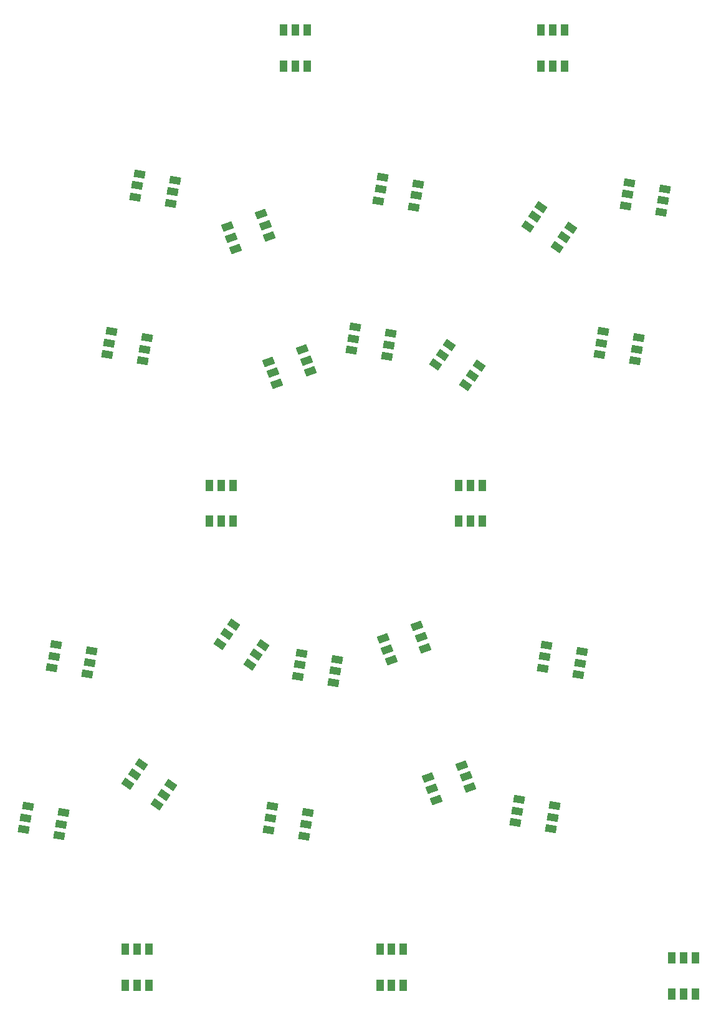
<source format=gtp>
G04 #@! TF.GenerationSoftware,KiCad,Pcbnew,7.0.2*
G04 #@! TF.CreationDate,2023-12-01T11:33:06-06:00*
G04 #@! TF.ProjectId,SixteenSegClock-Main,53697874-6565-46e5-9365-67436c6f636b,rev?*
G04 #@! TF.SameCoordinates,PX1312d00PYb0866e0*
G04 #@! TF.FileFunction,Paste,Top*
G04 #@! TF.FilePolarity,Positive*
%FSLAX46Y46*%
G04 Gerber Fmt 4.6, Leading zero omitted, Abs format (unit mm)*
G04 Created by KiCad (PCBNEW 7.0.2) date 2023-12-01 11:33:06*
%MOMM*%
%LPD*%
G01*
G04 APERTURE LIST*
G04 Aperture macros list*
%AMRotRect*
0 Rectangle, with rotation*
0 The origin of the aperture is its center*
0 $1 length*
0 $2 width*
0 $3 Rotation angle, in degrees counterclockwise*
0 Add horizontal line*
21,1,$1,$2,0,0,$3*%
G04 Aperture macros list end*
%ADD10RotRect,1.500000X1.000000X350.000000*%
%ADD11RotRect,1.500000X1.000000X20.000000*%
%ADD12R,1.000000X1.500000*%
%ADD13RotRect,1.500000X1.000000X325.000000*%
G04 APERTURE END LIST*
D10*
X28480919Y129351285D03*
X28203082Y127775593D03*
X27925245Y126199901D03*
X32750803Y125349025D03*
X33028640Y126924717D03*
X33306477Y128500409D03*
D11*
X61606521Y66339591D03*
X62153753Y64836083D03*
X62700985Y63332574D03*
X67305479Y65008473D03*
X66758247Y66511981D03*
X66211015Y68015490D03*
D12*
X51309886Y148884000D03*
X49709886Y148884000D03*
X48109886Y148884000D03*
X48109886Y143984000D03*
X49709886Y143984000D03*
X51309886Y143984000D03*
D11*
X67706521Y47410649D03*
X68253753Y45907141D03*
X68800985Y44403632D03*
X73405479Y46079531D03*
X72858247Y47583039D03*
X72311015Y49086548D03*
D13*
X70616800Y106111748D03*
X69699077Y104801104D03*
X68781355Y103490461D03*
X72795200Y100679936D03*
X73712923Y101990580D03*
X74630645Y103301223D03*
D11*
X40435493Y122191279D03*
X40982725Y120687771D03*
X41529957Y119184262D03*
X46134451Y120860161D03*
X45587219Y122363669D03*
X45039987Y123867178D03*
D13*
X41291800Y68227641D03*
X40374077Y66916997D03*
X39456355Y65606354D03*
X43470200Y62795829D03*
X44387923Y64106473D03*
X45305645Y65417116D03*
D10*
X95085614Y128168869D03*
X94807777Y126593177D03*
X94529940Y125017485D03*
X99355498Y124166609D03*
X99633335Y125742301D03*
X99911172Y127317993D03*
D12*
X61168935Y19292000D03*
X62768935Y19292000D03*
X64368935Y19292000D03*
X64368935Y24192000D03*
X62768935Y24192000D03*
X61168935Y24192000D03*
D10*
X83819281Y65411505D03*
X83541444Y63835813D03*
X83263607Y62260121D03*
X88089165Y61409245D03*
X88367002Y62984937D03*
X88644839Y64560629D03*
X24680919Y107970220D03*
X24403082Y106394528D03*
X24125245Y104818836D03*
X28950803Y103967960D03*
X29228640Y105543652D03*
X29506477Y107119344D03*
X46571058Y43530344D03*
X46293221Y41954652D03*
X46015384Y40378960D03*
X50840942Y39528084D03*
X51118779Y41103776D03*
X51396616Y42679468D03*
D13*
X28741800Y49220906D03*
X27824077Y47910262D03*
X26906355Y46599619D03*
X30920200Y43789094D03*
X31837923Y45099738D03*
X32755645Y46410381D03*
D10*
X57837487Y108572144D03*
X57559650Y106996452D03*
X57281813Y105420760D03*
X62107371Y104569884D03*
X62385208Y106145576D03*
X62663045Y107721268D03*
X13330919Y43561468D03*
X13053082Y41985776D03*
X12775245Y40410084D03*
X17600803Y39559208D03*
X17878640Y41134900D03*
X18156477Y42710592D03*
X91535614Y107990274D03*
X91257777Y106414582D03*
X90979940Y104838890D03*
X95805498Y103988014D03*
X96083335Y105563706D03*
X96361172Y107139398D03*
D12*
X75075121Y87111000D03*
X73475121Y87111000D03*
X71875121Y87111000D03*
X71875121Y82211000D03*
X73475121Y82211000D03*
X75075121Y82211000D03*
X83079190Y144005000D03*
X84679190Y144005000D03*
X86279190Y144005000D03*
X86279190Y148905000D03*
X84679190Y148905000D03*
X83079190Y148905000D03*
X37984621Y82211000D03*
X39584621Y82211000D03*
X41184621Y82211000D03*
X41184621Y87111000D03*
X39584621Y87111000D03*
X37984621Y87111000D03*
D10*
X80119281Y44479092D03*
X79841444Y42903400D03*
X79563607Y41327708D03*
X84389165Y40476832D03*
X84667002Y42052524D03*
X84944839Y43628216D03*
D11*
X46052243Y103875413D03*
X46599475Y102371905D03*
X47146707Y100868396D03*
X51751201Y102544295D03*
X51203969Y104047803D03*
X50656737Y105551312D03*
D12*
X104010997Y22966000D03*
X102410997Y22966000D03*
X100810997Y22966000D03*
X100810997Y18066000D03*
X102410997Y18066000D03*
X104010997Y18066000D03*
X29804165Y24192000D03*
X28204165Y24192000D03*
X26604165Y24192000D03*
X26604165Y19292000D03*
X28204165Y19292000D03*
X29804165Y19292000D03*
D13*
X83088722Y124872070D03*
X82170999Y123561426D03*
X81253277Y122250783D03*
X85267122Y119440258D03*
X86184845Y120750902D03*
X87102567Y122061545D03*
D10*
X50571058Y64332109D03*
X50293221Y62756417D03*
X50015384Y61180725D03*
X54840942Y60329849D03*
X55118779Y61905541D03*
X55396616Y63481233D03*
X17180919Y65483622D03*
X16903082Y63907930D03*
X16625245Y62332238D03*
X21450803Y61481362D03*
X21728640Y63057054D03*
X22006477Y64632746D03*
X61537487Y128860259D03*
X61259650Y127284567D03*
X60981813Y125708875D03*
X65807371Y124857999D03*
X66085208Y126433691D03*
X66363045Y128009383D03*
M02*

</source>
